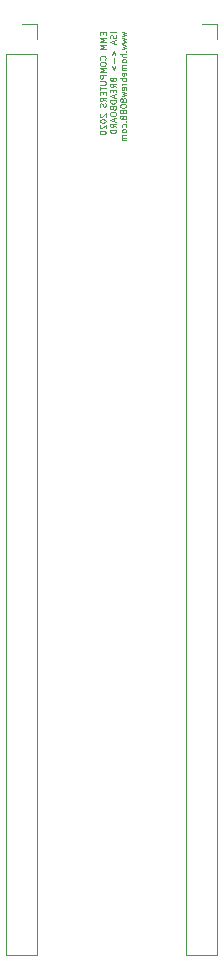
<source format=gbr>
%TF.GenerationSoftware,KiCad,Pcbnew,(5.1.8)-1*%
%TF.CreationDate,2020-12-26T11:11:33-07:00*%
%TF.ProjectId,ISA_BB,4953415f-4242-42e6-9b69-6361645f7063,rev?*%
%TF.SameCoordinates,Original*%
%TF.FileFunction,Legend,Bot*%
%TF.FilePolarity,Positive*%
%FSLAX46Y46*%
G04 Gerber Fmt 4.6, Leading zero omitted, Abs format (unit mm)*
G04 Created by KiCad (PCBNEW (5.1.8)-1) date 2020-12-26 11:11:33*
%MOMM*%
%LPD*%
G01*
G04 APERTURE LIST*
%ADD10C,0.101600*%
%ADD11C,0.120000*%
G04 APERTURE END LIST*
D10*
X166867114Y-60384992D02*
X166867114Y-60554325D01*
X167133209Y-60626897D02*
X167133209Y-60384992D01*
X166625209Y-60384992D01*
X166625209Y-60626897D01*
X167133209Y-60844611D02*
X166625209Y-60844611D01*
X166988066Y-61013944D01*
X166625209Y-61183278D01*
X167133209Y-61183278D01*
X167133209Y-61425182D02*
X166625209Y-61425182D01*
X166988066Y-61594516D01*
X166625209Y-61763849D01*
X167133209Y-61763849D01*
X167084828Y-62683087D02*
X167109019Y-62658897D01*
X167133209Y-62586325D01*
X167133209Y-62537944D01*
X167109019Y-62465373D01*
X167060638Y-62416992D01*
X167012257Y-62392801D01*
X166915495Y-62368611D01*
X166842923Y-62368611D01*
X166746161Y-62392801D01*
X166697780Y-62416992D01*
X166649400Y-62465373D01*
X166625209Y-62537944D01*
X166625209Y-62586325D01*
X166649400Y-62658897D01*
X166673590Y-62683087D01*
X166625209Y-62997563D02*
X166625209Y-63094325D01*
X166649400Y-63142706D01*
X166697780Y-63191087D01*
X166794542Y-63215278D01*
X166963876Y-63215278D01*
X167060638Y-63191087D01*
X167109019Y-63142706D01*
X167133209Y-63094325D01*
X167133209Y-62997563D01*
X167109019Y-62949182D01*
X167060638Y-62900801D01*
X166963876Y-62876611D01*
X166794542Y-62876611D01*
X166697780Y-62900801D01*
X166649400Y-62949182D01*
X166625209Y-62997563D01*
X167133209Y-63432992D02*
X166625209Y-63432992D01*
X166988066Y-63602325D01*
X166625209Y-63771659D01*
X167133209Y-63771659D01*
X167133209Y-64013563D02*
X166625209Y-64013563D01*
X166625209Y-64207087D01*
X166649400Y-64255468D01*
X166673590Y-64279659D01*
X166721971Y-64303849D01*
X166794542Y-64303849D01*
X166842923Y-64279659D01*
X166867114Y-64255468D01*
X166891304Y-64207087D01*
X166891304Y-64013563D01*
X166625209Y-64521563D02*
X167036447Y-64521563D01*
X167084828Y-64545754D01*
X167109019Y-64569944D01*
X167133209Y-64618325D01*
X167133209Y-64715087D01*
X167109019Y-64763468D01*
X167084828Y-64787659D01*
X167036447Y-64811849D01*
X166625209Y-64811849D01*
X166625209Y-64981182D02*
X166625209Y-65271468D01*
X167133209Y-65126325D02*
X166625209Y-65126325D01*
X166867114Y-65440801D02*
X166867114Y-65610135D01*
X167133209Y-65682706D02*
X167133209Y-65440801D01*
X166625209Y-65440801D01*
X166625209Y-65682706D01*
X167133209Y-66190706D02*
X166891304Y-66021373D01*
X167133209Y-65900420D02*
X166625209Y-65900420D01*
X166625209Y-66093944D01*
X166649400Y-66142325D01*
X166673590Y-66166516D01*
X166721971Y-66190706D01*
X166794542Y-66190706D01*
X166842923Y-66166516D01*
X166867114Y-66142325D01*
X166891304Y-66093944D01*
X166891304Y-65900420D01*
X167109019Y-66384230D02*
X167133209Y-66456801D01*
X167133209Y-66577754D01*
X167109019Y-66626135D01*
X167084828Y-66650325D01*
X167036447Y-66674516D01*
X166988066Y-66674516D01*
X166939685Y-66650325D01*
X166915495Y-66626135D01*
X166891304Y-66577754D01*
X166867114Y-66480992D01*
X166842923Y-66432611D01*
X166818733Y-66408420D01*
X166770352Y-66384230D01*
X166721971Y-66384230D01*
X166673590Y-66408420D01*
X166649400Y-66432611D01*
X166625209Y-66480992D01*
X166625209Y-66601944D01*
X166649400Y-66674516D01*
X166673590Y-67255087D02*
X166649400Y-67279278D01*
X166625209Y-67327659D01*
X166625209Y-67448611D01*
X166649400Y-67496992D01*
X166673590Y-67521182D01*
X166721971Y-67545373D01*
X166770352Y-67545373D01*
X166842923Y-67521182D01*
X167133209Y-67230897D01*
X167133209Y-67545373D01*
X166625209Y-67859849D02*
X166625209Y-67908230D01*
X166649400Y-67956611D01*
X166673590Y-67980801D01*
X166721971Y-68004992D01*
X166818733Y-68029182D01*
X166939685Y-68029182D01*
X167036447Y-68004992D01*
X167084828Y-67980801D01*
X167109019Y-67956611D01*
X167133209Y-67908230D01*
X167133209Y-67859849D01*
X167109019Y-67811468D01*
X167084828Y-67787278D01*
X167036447Y-67763087D01*
X166939685Y-67738897D01*
X166818733Y-67738897D01*
X166721971Y-67763087D01*
X166673590Y-67787278D01*
X166649400Y-67811468D01*
X166625209Y-67859849D01*
X166673590Y-68222706D02*
X166649400Y-68246897D01*
X166625209Y-68295278D01*
X166625209Y-68416230D01*
X166649400Y-68464611D01*
X166673590Y-68488801D01*
X166721971Y-68512992D01*
X166770352Y-68512992D01*
X166842923Y-68488801D01*
X167133209Y-68198516D01*
X167133209Y-68512992D01*
X166625209Y-68827468D02*
X166625209Y-68875849D01*
X166649400Y-68924230D01*
X166673590Y-68948420D01*
X166721971Y-68972611D01*
X166818733Y-68996801D01*
X166939685Y-68996801D01*
X167036447Y-68972611D01*
X167084828Y-68948420D01*
X167109019Y-68924230D01*
X167133209Y-68875849D01*
X167133209Y-68827468D01*
X167109019Y-68779087D01*
X167084828Y-68754897D01*
X167036447Y-68730706D01*
X166939685Y-68706516D01*
X166818733Y-68706516D01*
X166721971Y-68730706D01*
X166673590Y-68754897D01*
X166649400Y-68779087D01*
X166625209Y-68827468D01*
X167996809Y-60384992D02*
X167488809Y-60384992D01*
X167972619Y-60602706D02*
X167996809Y-60675278D01*
X167996809Y-60796230D01*
X167972619Y-60844611D01*
X167948428Y-60868801D01*
X167900047Y-60892992D01*
X167851666Y-60892992D01*
X167803285Y-60868801D01*
X167779095Y-60844611D01*
X167754904Y-60796230D01*
X167730714Y-60699468D01*
X167706523Y-60651087D01*
X167682333Y-60626897D01*
X167633952Y-60602706D01*
X167585571Y-60602706D01*
X167537190Y-60626897D01*
X167513000Y-60651087D01*
X167488809Y-60699468D01*
X167488809Y-60820420D01*
X167513000Y-60892992D01*
X167851666Y-61086516D02*
X167851666Y-61328420D01*
X167996809Y-61038135D02*
X167488809Y-61207468D01*
X167996809Y-61376801D01*
X167658142Y-62320230D02*
X167803285Y-61933182D01*
X167948428Y-62320230D01*
X167803285Y-62562135D02*
X167803285Y-62949182D01*
X167658142Y-63191087D02*
X167803285Y-63578135D01*
X167948428Y-63191087D01*
X167730714Y-64376420D02*
X167754904Y-64448992D01*
X167779095Y-64473182D01*
X167827476Y-64497373D01*
X167900047Y-64497373D01*
X167948428Y-64473182D01*
X167972619Y-64448992D01*
X167996809Y-64400611D01*
X167996809Y-64207087D01*
X167488809Y-64207087D01*
X167488809Y-64376420D01*
X167513000Y-64424801D01*
X167537190Y-64448992D01*
X167585571Y-64473182D01*
X167633952Y-64473182D01*
X167682333Y-64448992D01*
X167706523Y-64424801D01*
X167730714Y-64376420D01*
X167730714Y-64207087D01*
X167996809Y-65005373D02*
X167754904Y-64836040D01*
X167996809Y-64715087D02*
X167488809Y-64715087D01*
X167488809Y-64908611D01*
X167513000Y-64956992D01*
X167537190Y-64981182D01*
X167585571Y-65005373D01*
X167658142Y-65005373D01*
X167706523Y-64981182D01*
X167730714Y-64956992D01*
X167754904Y-64908611D01*
X167754904Y-64715087D01*
X167730714Y-65223087D02*
X167730714Y-65392420D01*
X167996809Y-65464992D02*
X167996809Y-65223087D01*
X167488809Y-65223087D01*
X167488809Y-65464992D01*
X167851666Y-65658516D02*
X167851666Y-65900420D01*
X167996809Y-65610135D02*
X167488809Y-65779468D01*
X167996809Y-65948801D01*
X167996809Y-66118135D02*
X167488809Y-66118135D01*
X167488809Y-66239087D01*
X167513000Y-66311659D01*
X167561380Y-66360040D01*
X167609761Y-66384230D01*
X167706523Y-66408420D01*
X167779095Y-66408420D01*
X167875857Y-66384230D01*
X167924238Y-66360040D01*
X167972619Y-66311659D01*
X167996809Y-66239087D01*
X167996809Y-66118135D01*
X167730714Y-66795468D02*
X167754904Y-66868040D01*
X167779095Y-66892230D01*
X167827476Y-66916420D01*
X167900047Y-66916420D01*
X167948428Y-66892230D01*
X167972619Y-66868040D01*
X167996809Y-66819659D01*
X167996809Y-66626135D01*
X167488809Y-66626135D01*
X167488809Y-66795468D01*
X167513000Y-66843849D01*
X167537190Y-66868040D01*
X167585571Y-66892230D01*
X167633952Y-66892230D01*
X167682333Y-66868040D01*
X167706523Y-66843849D01*
X167730714Y-66795468D01*
X167730714Y-66626135D01*
X167488809Y-67230897D02*
X167488809Y-67327659D01*
X167513000Y-67376040D01*
X167561380Y-67424420D01*
X167658142Y-67448611D01*
X167827476Y-67448611D01*
X167924238Y-67424420D01*
X167972619Y-67376040D01*
X167996809Y-67327659D01*
X167996809Y-67230897D01*
X167972619Y-67182516D01*
X167924238Y-67134135D01*
X167827476Y-67109944D01*
X167658142Y-67109944D01*
X167561380Y-67134135D01*
X167513000Y-67182516D01*
X167488809Y-67230897D01*
X167851666Y-67642135D02*
X167851666Y-67884040D01*
X167996809Y-67593754D02*
X167488809Y-67763087D01*
X167996809Y-67932420D01*
X167996809Y-68392040D02*
X167754904Y-68222706D01*
X167996809Y-68101754D02*
X167488809Y-68101754D01*
X167488809Y-68295278D01*
X167513000Y-68343659D01*
X167537190Y-68367849D01*
X167585571Y-68392040D01*
X167658142Y-68392040D01*
X167706523Y-68367849D01*
X167730714Y-68343659D01*
X167754904Y-68295278D01*
X167754904Y-68101754D01*
X167996809Y-68609754D02*
X167488809Y-68609754D01*
X167488809Y-68730706D01*
X167513000Y-68803278D01*
X167561380Y-68851659D01*
X167609761Y-68875849D01*
X167706523Y-68900040D01*
X167779095Y-68900040D01*
X167875857Y-68875849D01*
X167924238Y-68851659D01*
X167972619Y-68803278D01*
X167996809Y-68730706D01*
X167996809Y-68609754D01*
X168521742Y-60336611D02*
X168860409Y-60433373D01*
X168618504Y-60530135D01*
X168860409Y-60626897D01*
X168521742Y-60723659D01*
X168521742Y-60868801D02*
X168860409Y-60965563D01*
X168618504Y-61062325D01*
X168860409Y-61159087D01*
X168521742Y-61255849D01*
X168521742Y-61400992D02*
X168860409Y-61497754D01*
X168618504Y-61594516D01*
X168860409Y-61691278D01*
X168521742Y-61788040D01*
X168812028Y-61981563D02*
X168836219Y-62005754D01*
X168860409Y-61981563D01*
X168836219Y-61957373D01*
X168812028Y-61981563D01*
X168860409Y-61981563D01*
X168860409Y-62223468D02*
X168352409Y-62223468D01*
X168860409Y-62441182D02*
X168594314Y-62441182D01*
X168545933Y-62416992D01*
X168521742Y-62368611D01*
X168521742Y-62296040D01*
X168545933Y-62247659D01*
X168570123Y-62223468D01*
X168860409Y-62755659D02*
X168836219Y-62707278D01*
X168812028Y-62683087D01*
X168763647Y-62658897D01*
X168618504Y-62658897D01*
X168570123Y-62683087D01*
X168545933Y-62707278D01*
X168521742Y-62755659D01*
X168521742Y-62828230D01*
X168545933Y-62876611D01*
X168570123Y-62900801D01*
X168618504Y-62924992D01*
X168763647Y-62924992D01*
X168812028Y-62900801D01*
X168836219Y-62876611D01*
X168860409Y-62828230D01*
X168860409Y-62755659D01*
X168860409Y-63142706D02*
X168521742Y-63142706D01*
X168570123Y-63142706D02*
X168545933Y-63166897D01*
X168521742Y-63215278D01*
X168521742Y-63287849D01*
X168545933Y-63336230D01*
X168594314Y-63360420D01*
X168860409Y-63360420D01*
X168594314Y-63360420D02*
X168545933Y-63384611D01*
X168521742Y-63432992D01*
X168521742Y-63505563D01*
X168545933Y-63553944D01*
X168594314Y-63578135D01*
X168860409Y-63578135D01*
X168836219Y-64013563D02*
X168860409Y-63965182D01*
X168860409Y-63868420D01*
X168836219Y-63820040D01*
X168787838Y-63795849D01*
X168594314Y-63795849D01*
X168545933Y-63820040D01*
X168521742Y-63868420D01*
X168521742Y-63965182D01*
X168545933Y-64013563D01*
X168594314Y-64037754D01*
X168642695Y-64037754D01*
X168691076Y-63795849D01*
X168860409Y-64255468D02*
X168352409Y-64255468D01*
X168545933Y-64255468D02*
X168521742Y-64303849D01*
X168521742Y-64400611D01*
X168545933Y-64448992D01*
X168570123Y-64473182D01*
X168618504Y-64497373D01*
X168763647Y-64497373D01*
X168812028Y-64473182D01*
X168836219Y-64448992D01*
X168860409Y-64400611D01*
X168860409Y-64303849D01*
X168836219Y-64255468D01*
X168860409Y-64715087D02*
X168521742Y-64715087D01*
X168618504Y-64715087D02*
X168570123Y-64739278D01*
X168545933Y-64763468D01*
X168521742Y-64811849D01*
X168521742Y-64860230D01*
X168836219Y-65223087D02*
X168860409Y-65174706D01*
X168860409Y-65077944D01*
X168836219Y-65029563D01*
X168787838Y-65005373D01*
X168594314Y-65005373D01*
X168545933Y-65029563D01*
X168521742Y-65077944D01*
X168521742Y-65174706D01*
X168545933Y-65223087D01*
X168594314Y-65247278D01*
X168642695Y-65247278D01*
X168691076Y-65005373D01*
X168521742Y-65416611D02*
X168860409Y-65513373D01*
X168618504Y-65610135D01*
X168860409Y-65706897D01*
X168521742Y-65803659D01*
X168570123Y-66069754D02*
X168545933Y-66021373D01*
X168521742Y-65997182D01*
X168473361Y-65972992D01*
X168449171Y-65972992D01*
X168400790Y-65997182D01*
X168376600Y-66021373D01*
X168352409Y-66069754D01*
X168352409Y-66166516D01*
X168376600Y-66214897D01*
X168400790Y-66239087D01*
X168449171Y-66263278D01*
X168473361Y-66263278D01*
X168521742Y-66239087D01*
X168545933Y-66214897D01*
X168570123Y-66166516D01*
X168570123Y-66069754D01*
X168594314Y-66021373D01*
X168618504Y-65997182D01*
X168666885Y-65972992D01*
X168763647Y-65972992D01*
X168812028Y-65997182D01*
X168836219Y-66021373D01*
X168860409Y-66069754D01*
X168860409Y-66166516D01*
X168836219Y-66214897D01*
X168812028Y-66239087D01*
X168763647Y-66263278D01*
X168666885Y-66263278D01*
X168618504Y-66239087D01*
X168594314Y-66214897D01*
X168570123Y-66166516D01*
X168352409Y-66577754D02*
X168352409Y-66626135D01*
X168376600Y-66674516D01*
X168400790Y-66698706D01*
X168449171Y-66722897D01*
X168545933Y-66747087D01*
X168666885Y-66747087D01*
X168763647Y-66722897D01*
X168812028Y-66698706D01*
X168836219Y-66674516D01*
X168860409Y-66626135D01*
X168860409Y-66577754D01*
X168836219Y-66529373D01*
X168812028Y-66505182D01*
X168763647Y-66480992D01*
X168666885Y-66456801D01*
X168545933Y-66456801D01*
X168449171Y-66480992D01*
X168400790Y-66505182D01*
X168376600Y-66529373D01*
X168352409Y-66577754D01*
X168570123Y-67037373D02*
X168545933Y-66988992D01*
X168521742Y-66964801D01*
X168473361Y-66940611D01*
X168449171Y-66940611D01*
X168400790Y-66964801D01*
X168376600Y-66988992D01*
X168352409Y-67037373D01*
X168352409Y-67134135D01*
X168376600Y-67182516D01*
X168400790Y-67206706D01*
X168449171Y-67230897D01*
X168473361Y-67230897D01*
X168521742Y-67206706D01*
X168545933Y-67182516D01*
X168570123Y-67134135D01*
X168570123Y-67037373D01*
X168594314Y-66988992D01*
X168618504Y-66964801D01*
X168666885Y-66940611D01*
X168763647Y-66940611D01*
X168812028Y-66964801D01*
X168836219Y-66988992D01*
X168860409Y-67037373D01*
X168860409Y-67134135D01*
X168836219Y-67182516D01*
X168812028Y-67206706D01*
X168763647Y-67230897D01*
X168666885Y-67230897D01*
X168618504Y-67206706D01*
X168594314Y-67182516D01*
X168570123Y-67134135D01*
X168570123Y-67521182D02*
X168545933Y-67472801D01*
X168521742Y-67448611D01*
X168473361Y-67424420D01*
X168449171Y-67424420D01*
X168400790Y-67448611D01*
X168376600Y-67472801D01*
X168352409Y-67521182D01*
X168352409Y-67617944D01*
X168376600Y-67666325D01*
X168400790Y-67690516D01*
X168449171Y-67714706D01*
X168473361Y-67714706D01*
X168521742Y-67690516D01*
X168545933Y-67666325D01*
X168570123Y-67617944D01*
X168570123Y-67521182D01*
X168594314Y-67472801D01*
X168618504Y-67448611D01*
X168666885Y-67424420D01*
X168763647Y-67424420D01*
X168812028Y-67448611D01*
X168836219Y-67472801D01*
X168860409Y-67521182D01*
X168860409Y-67617944D01*
X168836219Y-67666325D01*
X168812028Y-67690516D01*
X168763647Y-67714706D01*
X168666885Y-67714706D01*
X168618504Y-67690516D01*
X168594314Y-67666325D01*
X168570123Y-67617944D01*
X168812028Y-67932420D02*
X168836219Y-67956611D01*
X168860409Y-67932420D01*
X168836219Y-67908230D01*
X168812028Y-67932420D01*
X168860409Y-67932420D01*
X168836219Y-68392040D02*
X168860409Y-68343659D01*
X168860409Y-68246897D01*
X168836219Y-68198516D01*
X168812028Y-68174325D01*
X168763647Y-68150135D01*
X168618504Y-68150135D01*
X168570123Y-68174325D01*
X168545933Y-68198516D01*
X168521742Y-68246897D01*
X168521742Y-68343659D01*
X168545933Y-68392040D01*
X168860409Y-68682325D02*
X168836219Y-68633944D01*
X168812028Y-68609754D01*
X168763647Y-68585563D01*
X168618504Y-68585563D01*
X168570123Y-68609754D01*
X168545933Y-68633944D01*
X168521742Y-68682325D01*
X168521742Y-68754897D01*
X168545933Y-68803278D01*
X168570123Y-68827468D01*
X168618504Y-68851659D01*
X168763647Y-68851659D01*
X168812028Y-68827468D01*
X168836219Y-68803278D01*
X168860409Y-68754897D01*
X168860409Y-68682325D01*
X168860409Y-69069373D02*
X168521742Y-69069373D01*
X168570123Y-69069373D02*
X168545933Y-69093563D01*
X168521742Y-69141944D01*
X168521742Y-69214516D01*
X168545933Y-69262897D01*
X168594314Y-69287087D01*
X168860409Y-69287087D01*
X168594314Y-69287087D02*
X168545933Y-69311278D01*
X168521742Y-69359659D01*
X168521742Y-69432230D01*
X168545933Y-69480611D01*
X168594314Y-69504801D01*
X168860409Y-69504801D01*
D11*
%TO.C,J1*%
X161350000Y-59630000D02*
X160020000Y-59630000D01*
X161350000Y-60960000D02*
X161350000Y-59630000D01*
X161350000Y-62230000D02*
X158690000Y-62230000D01*
X158690000Y-62230000D02*
X158690000Y-138490000D01*
X161350000Y-62230000D02*
X161350000Y-138490000D01*
X161350000Y-138490000D02*
X158690000Y-138490000D01*
%TO.C,J3*%
X176590000Y-138490000D02*
X173930000Y-138490000D01*
X176590000Y-62230000D02*
X176590000Y-138490000D01*
X173930000Y-62230000D02*
X173930000Y-138490000D01*
X176590000Y-62230000D02*
X173930000Y-62230000D01*
X176590000Y-60960000D02*
X176590000Y-59630000D01*
X176590000Y-59630000D02*
X175260000Y-59630000D01*
%TD*%
M02*

</source>
